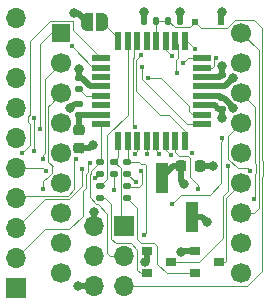
<source format=gbl>
G04 #@! TF.GenerationSoftware,KiCad,Pcbnew,(6.0.0-0)*
G04 #@! TF.CreationDate,2021-12-28T15:21:01+01:00*
G04 #@! TF.ProjectId,7segment,37736567-6d65-46e7-942e-6b696361645f,rev?*
G04 #@! TF.SameCoordinates,Original*
G04 #@! TF.FileFunction,Copper,L4,Bot*
G04 #@! TF.FilePolarity,Positive*
%FSLAX46Y46*%
G04 Gerber Fmt 4.6, Leading zero omitted, Abs format (unit mm)*
G04 Created by KiCad (PCBNEW (6.0.0-0)) date 2021-12-28 15:21:01*
%MOMM*%
%LPD*%
G01*
G04 APERTURE LIST*
G04 Aperture macros list*
%AMRoundRect*
0 Rectangle with rounded corners*
0 $1 Rounding radius*
0 $2 $3 $4 $5 $6 $7 $8 $9 X,Y pos of 4 corners*
0 Add a 4 corners polygon primitive as box body*
4,1,4,$2,$3,$4,$5,$6,$7,$8,$9,$2,$3,0*
0 Add four circle primitives for the rounded corners*
1,1,$1+$1,$2,$3*
1,1,$1+$1,$4,$5*
1,1,$1+$1,$6,$7*
1,1,$1+$1,$8,$9*
0 Add four rect primitives between the rounded corners*
20,1,$1+$1,$2,$3,$4,$5,0*
20,1,$1+$1,$4,$5,$6,$7,0*
20,1,$1+$1,$6,$7,$8,$9,0*
20,1,$1+$1,$8,$9,$2,$3,0*%
%AMFreePoly0*
4,1,20,0.000000,0.744959,0.073905,0.744508,0.209726,0.703889,0.328688,0.626782,0.421226,0.519385,0.479903,0.390333,0.500000,0.250000,0.500000,-0.250000,0.499851,-0.262216,0.476331,-0.402017,0.414519,-0.529596,0.319384,-0.634700,0.198574,-0.708877,0.061801,-0.746166,0.000000,-0.745033,0.000000,-0.750000,-0.500000,-0.750000,-0.500000,0.750000,0.000000,0.750000,0.000000,0.744959,
0.000000,0.744959,$1*%
%AMFreePoly1*
4,1,22,0.500000,-0.750000,0.000000,-0.750000,0.000000,-0.745033,-0.079941,-0.743568,-0.215256,-0.701293,-0.333266,-0.622738,-0.424486,-0.514219,-0.481581,-0.384460,-0.499164,-0.250000,-0.500000,-0.250000,-0.500000,0.250000,-0.499164,0.250000,-0.499963,0.256109,-0.478152,0.396186,-0.417904,0.524511,-0.324060,0.630769,-0.204165,0.706417,-0.067858,0.745374,0.000000,0.744959,0.000000,0.750000,
0.500000,0.750000,0.500000,-0.750000,0.500000,-0.750000,$1*%
G04 Aperture macros list end*
G04 #@! TA.AperFunction,ComponentPad*
%ADD10C,1.700000*%
G04 #@! TD*
G04 #@! TA.AperFunction,ComponentPad*
%ADD11R,1.500000X1.500000*%
G04 #@! TD*
G04 #@! TA.AperFunction,SMDPad,CuDef*
%ADD12R,0.900000X0.800000*%
G04 #@! TD*
G04 #@! TA.AperFunction,SMDPad,CuDef*
%ADD13R,1.000000X2.510000*%
G04 #@! TD*
G04 #@! TA.AperFunction,ComponentPad*
%ADD14O,1.700000X1.700000*%
G04 #@! TD*
G04 #@! TA.AperFunction,ComponentPad*
%ADD15R,1.700000X1.700000*%
G04 #@! TD*
G04 #@! TA.AperFunction,SMDPad,CuDef*
%ADD16RoundRect,0.135000X0.185000X-0.135000X0.185000X0.135000X-0.185000X0.135000X-0.185000X-0.135000X0*%
G04 #@! TD*
G04 #@! TA.AperFunction,SMDPad,CuDef*
%ADD17RoundRect,0.140000X-0.140000X-0.170000X0.140000X-0.170000X0.140000X0.170000X-0.140000X0.170000X0*%
G04 #@! TD*
G04 #@! TA.AperFunction,SMDPad,CuDef*
%ADD18R,0.500000X0.500000*%
G04 #@! TD*
G04 #@! TA.AperFunction,SMDPad,CuDef*
%ADD19RoundRect,0.135000X0.135000X0.185000X-0.135000X0.185000X-0.135000X-0.185000X0.135000X-0.185000X0*%
G04 #@! TD*
G04 #@! TA.AperFunction,SMDPad,CuDef*
%ADD20FreePoly0,180.000000*%
G04 #@! TD*
G04 #@! TA.AperFunction,SMDPad,CuDef*
%ADD21FreePoly1,180.000000*%
G04 #@! TD*
G04 #@! TA.AperFunction,SMDPad,CuDef*
%ADD22RoundRect,0.225000X-0.225000X-0.250000X0.225000X-0.250000X0.225000X0.250000X-0.225000X0.250000X0*%
G04 #@! TD*
G04 #@! TA.AperFunction,SMDPad,CuDef*
%ADD23RoundRect,0.140000X0.170000X-0.140000X0.170000X0.140000X-0.170000X0.140000X-0.170000X-0.140000X0*%
G04 #@! TD*
G04 #@! TA.AperFunction,SMDPad,CuDef*
%ADD24RoundRect,0.218750X-0.256250X0.218750X-0.256250X-0.218750X0.256250X-0.218750X0.256250X0.218750X0*%
G04 #@! TD*
G04 #@! TA.AperFunction,SMDPad,CuDef*
%ADD25R,0.550000X1.600000*%
G04 #@! TD*
G04 #@! TA.AperFunction,SMDPad,CuDef*
%ADD26R,1.600000X0.550000*%
G04 #@! TD*
G04 #@! TA.AperFunction,ViaPad*
%ADD27C,0.800000*%
G04 #@! TD*
G04 #@! TA.AperFunction,ViaPad*
%ADD28C,0.450000*%
G04 #@! TD*
G04 #@! TA.AperFunction,Conductor*
%ADD29C,0.500000*%
G04 #@! TD*
G04 #@! TA.AperFunction,Conductor*
%ADD30C,0.100000*%
G04 #@! TD*
G04 APERTURE END LIST*
D10*
X140970000Y-105410000D03*
X140970000Y-107950000D03*
X140970000Y-110490000D03*
X140970000Y-113030000D03*
X140970000Y-115570000D03*
X140970000Y-118110000D03*
X140970000Y-120650000D03*
X140970000Y-123190000D03*
X140970000Y-125730000D03*
X125730000Y-125730000D03*
X125730000Y-123190000D03*
X125730000Y-120650000D03*
X125730000Y-118110000D03*
X125730000Y-115570000D03*
X125730000Y-113030000D03*
X125730000Y-110490000D03*
X125730000Y-107950000D03*
D11*
X125730000Y-105410000D03*
D12*
X132985000Y-125791000D03*
X132985000Y-123891000D03*
X134985000Y-124841000D03*
D13*
X136740000Y-121035000D03*
X134200000Y-117725000D03*
D14*
X121920000Y-104140000D03*
X121920000Y-106680000D03*
X121920000Y-109220000D03*
X121920000Y-111760000D03*
X121920000Y-114300000D03*
X121920000Y-116840000D03*
X121920000Y-119380000D03*
X121920000Y-121920000D03*
X121920000Y-124460000D03*
D15*
X121920000Y-127000000D03*
D12*
X137049000Y-125791000D03*
X137049000Y-123891000D03*
X139049000Y-124841000D03*
D16*
X130175000Y-116330000D03*
X130175000Y-117350000D03*
X129032000Y-119382000D03*
X129032000Y-118362000D03*
X131318000Y-116330000D03*
X131318000Y-117350000D03*
X131318000Y-119382000D03*
X131318000Y-118362000D03*
D17*
X135735000Y-104394000D03*
X134775000Y-104394000D03*
D18*
X137076000Y-104521000D03*
X139276000Y-104521000D03*
D19*
X132713000Y-104394000D03*
X133733000Y-104394000D03*
D20*
X127874000Y-104521000D03*
D21*
X129174000Y-104521000D03*
D14*
X128524000Y-126873000D03*
X131064000Y-126873000D03*
X128524000Y-124333000D03*
X131064000Y-124333000D03*
X128524000Y-121793000D03*
D15*
X131064000Y-121793000D03*
D22*
X135877000Y-116713000D03*
X137427000Y-116713000D03*
D16*
X129032000Y-116330000D03*
X129032000Y-117350000D03*
D23*
X127254000Y-111407000D03*
X127254000Y-112367000D03*
X139319000Y-110899000D03*
X139319000Y-111859000D03*
X127254000Y-109248000D03*
X127254000Y-110208000D03*
D24*
X127254000Y-115214500D03*
X127254000Y-113639500D03*
D23*
X139319000Y-108994000D03*
X139319000Y-109954000D03*
D25*
X136150000Y-106113000D03*
X135350000Y-106113000D03*
X134550000Y-106113000D03*
X133750000Y-106113000D03*
X132950000Y-106113000D03*
X132150000Y-106113000D03*
X131350000Y-106113000D03*
X130550000Y-106113000D03*
D26*
X129100000Y-107563000D03*
X129100000Y-108363000D03*
X129100000Y-109163000D03*
X129100000Y-109963000D03*
X129100000Y-110763000D03*
X129100000Y-111563000D03*
X129100000Y-112363000D03*
X129100000Y-113163000D03*
D25*
X130550000Y-114613000D03*
X131350000Y-114613000D03*
X132150000Y-114613000D03*
X132950000Y-114613000D03*
X133750000Y-114613000D03*
X134550000Y-114613000D03*
X135350000Y-114613000D03*
X136150000Y-114613000D03*
D26*
X137600000Y-113163000D03*
X137600000Y-112363000D03*
X137600000Y-111563000D03*
X137600000Y-110763000D03*
X137600000Y-109963000D03*
X137600000Y-109163000D03*
X137600000Y-108363000D03*
X137600000Y-107563000D03*
D27*
X126492000Y-111760000D03*
X127127000Y-126873000D03*
X126782026Y-103768045D03*
X135763000Y-103622000D03*
X138574262Y-116669647D03*
X139319000Y-108204000D03*
X138010797Y-121451176D03*
X127254000Y-108458000D03*
X132828760Y-124790988D03*
X135890000Y-123971067D03*
X140270283Y-111760001D03*
X132715000Y-103622000D03*
X139319000Y-112649000D03*
X128397000Y-114935000D03*
X139319000Y-103632000D03*
X136144000Y-118236994D03*
X128524000Y-120574295D03*
X140270272Y-109219994D03*
D28*
X132715000Y-122555000D03*
X122428000Y-115570000D03*
X132588000Y-108331000D03*
X133096000Y-109220000D03*
X128558032Y-117746143D03*
X130175000Y-118733033D03*
X132080589Y-118031745D03*
X124460000Y-117094000D03*
X127000000Y-116078000D03*
X131930285Y-115671478D03*
X127508000Y-116966994D03*
X132969017Y-115696983D03*
X133986903Y-115690492D03*
X128146396Y-116459000D03*
X126621702Y-106577288D03*
X139827000Y-116713000D03*
X135111432Y-107426502D03*
X141997979Y-119495021D03*
X135484677Y-108795345D03*
X141732000Y-117094000D03*
X137033000Y-106807000D03*
X124180929Y-118637620D03*
X136017000Y-107950000D03*
X124136990Y-116078000D03*
X138811000Y-107569000D03*
X123879978Y-113536931D03*
X132476920Y-107309618D03*
X137287000Y-118618000D03*
X139319000Y-114300000D03*
X135128000Y-119888000D03*
X134989052Y-115803673D03*
X136790654Y-115575168D03*
X123444000Y-115443000D03*
X123444000Y-112649000D03*
X131953000Y-113411000D03*
X132459836Y-117094000D03*
D29*
X135735000Y-104394000D02*
X135735000Y-103650000D01*
X126845000Y-111407000D02*
X126492000Y-111760000D01*
X137427000Y-116713000D02*
X138530909Y-116713000D01*
X139503402Y-110899000D02*
X140270283Y-111665881D01*
X137594621Y-121035000D02*
X138010797Y-121451176D01*
X135970067Y-123891000D02*
X135890000Y-123971067D01*
X140270283Y-111665881D02*
X140270283Y-111760001D01*
X129100000Y-109963000D02*
X128153402Y-109963000D01*
X127874000Y-104521000D02*
X127121045Y-103768045D01*
X139183000Y-110763000D02*
X139319000Y-110899000D01*
X137600000Y-110763000D02*
X139183000Y-110763000D01*
X132985000Y-123891000D02*
X132985000Y-124634748D01*
X139150000Y-109163000D02*
X139319000Y-108994000D01*
X127438402Y-109248000D02*
X127254000Y-109248000D01*
X132985000Y-124634748D02*
X132828760Y-124790988D01*
X139319000Y-110899000D02*
X139503402Y-110899000D01*
X128524000Y-126873000D02*
X127127000Y-126873000D01*
X138530909Y-116713000D02*
X138574262Y-116669647D01*
X127254000Y-111407000D02*
X126845000Y-111407000D01*
X127254000Y-109248000D02*
X127254000Y-108458000D01*
X136740000Y-121035000D02*
X137594621Y-121035000D01*
X128153402Y-109963000D02*
X127438402Y-109248000D01*
X127121045Y-103768045D02*
X126782026Y-103768045D01*
X137049000Y-123891000D02*
X135970067Y-123891000D01*
X139319000Y-108994000D02*
X139319000Y-108204000D01*
X135735000Y-103650000D02*
X135763000Y-103622000D01*
X137600000Y-109163000D02*
X139150000Y-109163000D01*
X132713000Y-103624000D02*
X132715000Y-103622000D01*
X135877000Y-116713000D02*
X135877000Y-117969994D01*
X139276000Y-104521000D02*
X139276000Y-103675000D01*
X135877000Y-117969994D02*
X136144000Y-118236994D01*
X135212000Y-116713000D02*
X134200000Y-117725000D01*
X139276000Y-103675000D02*
X139319000Y-103632000D01*
X139319000Y-109954000D02*
X139536266Y-109954000D01*
X138713000Y-111563000D02*
X139009000Y-111859000D01*
X137600000Y-111563000D02*
X138713000Y-111563000D01*
X139310000Y-109963000D02*
X139319000Y-109954000D01*
X132713000Y-104394000D02*
X132713000Y-103624000D01*
X139319000Y-111859000D02*
X139319000Y-112649000D01*
X128117500Y-115214500D02*
X128397000Y-114935000D01*
X127254000Y-115214500D02*
X128117500Y-115214500D01*
X139009000Y-111859000D02*
X139319000Y-111859000D01*
D30*
X127349998Y-115570000D02*
X127381000Y-115570000D01*
D29*
X137600000Y-109963000D02*
X139310000Y-109963000D01*
X139536266Y-109954000D02*
X140270272Y-109219994D01*
X135877000Y-116713000D02*
X135212000Y-116713000D01*
D30*
X129100000Y-110763000D02*
X127809000Y-110763000D01*
X127809000Y-110763000D02*
X127254000Y-110208000D01*
X140437003Y-104309999D02*
X139726001Y-105021001D01*
X141455002Y-126873000D02*
X142748000Y-125580002D01*
X134775000Y-104394000D02*
X135335010Y-104954010D01*
X133733000Y-104394000D02*
X134775000Y-104394000D01*
X139726001Y-105021001D02*
X137576001Y-105021001D01*
X133750000Y-104411000D02*
X133733000Y-104394000D01*
X142748000Y-125580002D02*
X142748000Y-117592560D01*
X133750000Y-106113000D02*
X133750000Y-104411000D01*
X131064000Y-126873000D02*
X141455002Y-126873000D01*
X136642990Y-104954010D02*
X137076000Y-104521000D01*
X135335010Y-104954010D02*
X136642990Y-104954010D01*
X142748000Y-116214440D02*
X142748000Y-105029000D01*
X137576001Y-105021001D02*
X137076000Y-104521000D01*
X142782023Y-116248463D02*
X142748000Y-116214440D01*
X142028999Y-104309999D02*
X140437003Y-104309999D01*
X142748000Y-105029000D02*
X142028999Y-104309999D01*
X142782023Y-117558537D02*
X142782023Y-116248463D01*
X142748000Y-117592560D02*
X142782023Y-117558537D01*
X132498998Y-116528002D02*
X132803018Y-116528002D01*
X132914999Y-116639983D02*
X132914999Y-122355001D01*
X131318000Y-116330000D02*
X132300996Y-116330000D01*
X131350000Y-114613000D02*
X131350000Y-116298000D01*
X132803018Y-116528002D02*
X132914999Y-116639983D01*
X132300996Y-116330000D02*
X132498998Y-116528002D01*
X132914999Y-122355001D02*
X132715000Y-122555000D01*
X131350000Y-116298000D02*
X131318000Y-116330000D01*
X129032000Y-116330000D02*
X128258013Y-117103987D01*
X129100000Y-116262000D02*
X129100000Y-113163000D01*
X128792010Y-119902010D02*
X129624001Y-120734001D01*
X128108022Y-119322510D02*
X128687522Y-119902010D01*
X128258013Y-117103987D02*
X128258013Y-117307264D01*
X129861919Y-124333000D02*
X131064000Y-124333000D01*
X129624001Y-124095082D02*
X129861919Y-124333000D01*
X129624001Y-120734001D02*
X129624001Y-124095082D01*
X128258013Y-117307264D02*
X128108022Y-117457255D01*
X129032000Y-116330000D02*
X129100000Y-116262000D01*
X128687522Y-119902010D02*
X128792010Y-119902010D01*
X128108022Y-117457255D02*
X128108022Y-119322510D01*
X130550000Y-115955000D02*
X130175000Y-116330000D01*
X130747990Y-121476990D02*
X130747990Y-116902990D01*
X130747990Y-116902990D02*
X130175000Y-116330000D01*
X130550000Y-114613000D02*
X130550000Y-115955000D01*
X131064000Y-121793000D02*
X130747990Y-121476990D01*
X129963999Y-119930999D02*
X129963999Y-122843001D01*
X132155185Y-124478986D02*
X132155185Y-125511185D01*
X129415000Y-119382000D02*
X129963999Y-119930999D01*
X129032000Y-119382000D02*
X129415000Y-119382000D01*
X129963999Y-122843001D02*
X130353997Y-123232999D01*
X132164001Y-124470170D02*
X132155185Y-124478986D01*
X132155185Y-125511185D02*
X132435000Y-125791000D01*
X132164001Y-123804999D02*
X132164001Y-124470170D01*
X130353997Y-123232999D02*
X131592001Y-123232999D01*
X131592001Y-123232999D02*
X132164001Y-123804999D01*
X132435000Y-125791000D02*
X132985000Y-125791000D01*
X137049000Y-125791000D02*
X134634998Y-125791000D01*
X132164001Y-120228001D02*
X132164001Y-122893001D01*
X133858000Y-123463998D02*
X133584002Y-123190000D01*
X133858000Y-125014002D02*
X133858000Y-123463998D01*
X133584002Y-123190000D02*
X132461000Y-123190000D01*
X131318000Y-119382000D02*
X132164001Y-120228001D01*
X132461000Y-123190000D02*
X132164001Y-122893001D01*
X134634998Y-125791000D02*
X133858000Y-125014002D01*
X126730001Y-104459999D02*
X126680001Y-104409999D01*
X126730001Y-105193001D02*
X126730001Y-104459999D01*
X123063000Y-112363998D02*
X122924988Y-112502010D01*
X123063000Y-114935000D02*
X122428000Y-115570000D01*
X124779999Y-104409999D02*
X123063000Y-106126998D01*
X123063000Y-113124293D02*
X123063000Y-114935000D01*
X122924988Y-112986281D02*
X123063000Y-113124293D01*
X122924988Y-112502010D02*
X122924988Y-112986281D01*
X123063000Y-106126998D02*
X123063000Y-112363998D01*
X129100000Y-107563000D02*
X126730001Y-105193001D01*
X126680001Y-104409999D02*
X124779999Y-104409999D01*
X136658000Y-113163000D02*
X136392998Y-113163000D01*
X136658000Y-113163000D02*
X136652001Y-113157001D01*
X132588000Y-109358002D02*
X132588000Y-108331000D01*
X137600000Y-113163000D02*
X136658000Y-113163000D01*
X136392998Y-113163000D02*
X132588000Y-109358002D01*
X136549999Y-112038001D02*
X136549999Y-111629157D01*
X137600000Y-112363000D02*
X136874998Y-112363000D01*
X136549999Y-111629157D02*
X134140842Y-109220000D01*
X136874998Y-112363000D02*
X136549999Y-112038001D01*
X134140842Y-109220000D02*
X133096000Y-109220000D01*
X129032000Y-117350000D02*
X128954175Y-117350000D01*
X128954175Y-117350000D02*
X128558032Y-117746143D01*
X130175000Y-117350000D02*
X130175000Y-118733033D01*
X124206000Y-116840000D02*
X124460000Y-117094000D01*
X131999745Y-118031745D02*
X132080589Y-118031745D01*
X121920000Y-116840000D02*
X124206000Y-116840000D01*
X131318000Y-117350000D02*
X131999745Y-118031745D01*
X126800001Y-116277999D02*
X127000000Y-116078000D01*
X132150000Y-114613000D02*
X132150000Y-115451763D01*
X126830001Y-117157682D02*
X126800001Y-117127682D01*
X126800001Y-117127682D02*
X126800001Y-116277999D01*
X126280999Y-119210001D02*
X126830001Y-118660999D01*
X122089999Y-119210001D02*
X126280999Y-119210001D01*
X121920000Y-119380000D02*
X122089999Y-119210001D01*
X132150000Y-115451763D02*
X131930285Y-115671478D01*
X126830001Y-118660999D02*
X126830001Y-117157682D01*
X132950000Y-114613000D02*
X132950000Y-115677966D01*
X127508000Y-118407279D02*
X127508000Y-116966994D01*
X132950000Y-115677966D02*
X132969017Y-115696983D01*
X126405267Y-119510012D02*
X127508000Y-118407279D01*
X124329988Y-119510012D02*
X126405267Y-119510012D01*
X121920000Y-121920000D02*
X124329988Y-119510012D01*
X127808011Y-117332987D02*
X127958002Y-117182996D01*
X133750000Y-115335000D02*
X134112000Y-115697000D01*
X121920000Y-124460000D02*
X124329988Y-122050012D01*
X133750000Y-114613000D02*
X133750000Y-115335000D01*
X127958002Y-116647394D02*
X128146396Y-116459000D01*
X127519987Y-118819571D02*
X127808011Y-118531547D01*
X127958002Y-117182996D02*
X127958002Y-116647394D01*
X124329988Y-122050012D02*
X126382269Y-122050012D01*
X127808011Y-118531547D02*
X127808011Y-117332987D01*
X127519987Y-120912294D02*
X127519987Y-118819571D01*
X126382269Y-122050012D02*
X127519987Y-120912294D01*
X128407414Y-108363000D02*
X126621702Y-106577288D01*
X129100000Y-108363000D02*
X128407414Y-108363000D01*
X139827000Y-116995842D02*
X139827000Y-116713000D01*
X139399989Y-122811732D02*
X139399989Y-119255732D01*
X137370721Y-124841000D02*
X139399989Y-122811732D01*
X134985000Y-124841000D02*
X137370721Y-124841000D01*
X139827000Y-118828721D02*
X139827000Y-116995842D01*
X139399989Y-119255732D02*
X139827000Y-118828721D01*
X139700000Y-119380000D02*
X140970000Y-118110000D01*
X139700000Y-124740000D02*
X139700000Y-119380000D01*
X139049000Y-124841000D02*
X139599000Y-124841000D01*
X139599000Y-124841000D02*
X139700000Y-124740000D01*
X134550000Y-106865070D02*
X135111432Y-107426502D01*
X134550000Y-106113000D02*
X134550000Y-106865070D01*
X142113000Y-119380000D02*
X141997979Y-119495021D01*
X142147978Y-111667978D02*
X142147978Y-116462976D01*
X142113000Y-117379002D02*
X142113000Y-119380000D01*
X140970000Y-110490000D02*
X142147978Y-111667978D01*
X142147978Y-116462976D02*
X142182001Y-116496999D01*
X142182001Y-116496999D02*
X142182001Y-117310001D01*
X142182001Y-117310001D02*
X142113000Y-117379002D01*
X135439998Y-107733998D02*
X135439998Y-108750666D01*
X135439998Y-108750666D02*
X135484677Y-108795345D01*
X135578002Y-106341002D02*
X135578002Y-107595994D01*
X135350000Y-106113000D02*
X135578002Y-106341002D01*
X135578002Y-107595994D02*
X135439998Y-107733998D01*
X139869999Y-114130001D02*
X139869999Y-116098001D01*
X140665999Y-116894001D02*
X141532001Y-116894001D01*
X141532001Y-116894001D02*
X141732000Y-117094000D01*
X140970000Y-113030000D02*
X139869999Y-114130001D01*
X139869999Y-116098001D02*
X140665999Y-116894001D01*
X137033000Y-106807000D02*
X136339000Y-106113000D01*
X136339000Y-106113000D02*
X136150000Y-106113000D01*
X124180929Y-118637620D02*
X124180929Y-118008071D01*
X124629999Y-111590001D02*
X124725011Y-111494989D01*
X124629999Y-116363995D02*
X124629999Y-111590001D01*
X124968000Y-117252002D02*
X124968000Y-116713000D01*
X124973502Y-116707498D02*
X124629999Y-116363995D01*
X124676001Y-117544001D02*
X124968000Y-117252002D01*
X124725011Y-111494989D02*
X125730000Y-110490000D01*
X124180929Y-118008071D02*
X124644999Y-117544001D01*
X124968000Y-116713000D02*
X124973502Y-116707498D01*
X124644999Y-117544001D02*
X124676001Y-117544001D01*
X137600000Y-107563000D02*
X136404000Y-107563000D01*
X136404000Y-107563000D02*
X136017000Y-107950000D01*
X124329988Y-109350012D02*
X124329988Y-115602160D01*
X124136990Y-115795158D02*
X124136990Y-116078000D01*
X124329988Y-115602160D02*
X124136990Y-115795158D01*
X125730000Y-107950000D02*
X124329988Y-109350012D01*
X138650001Y-107729999D02*
X138650001Y-108212999D01*
X138650001Y-108212999D02*
X138500000Y-108363000D01*
X138500000Y-108363000D02*
X137600000Y-108363000D01*
X138811000Y-107569000D02*
X138650001Y-107729999D01*
X123894010Y-106395990D02*
X123894010Y-113522899D01*
X123894010Y-113522899D02*
X123879978Y-113536931D01*
X125730000Y-105410000D02*
X124880000Y-105410000D01*
X124880000Y-105410000D02*
X123894010Y-106395990D01*
X134832000Y-112395000D02*
X134112000Y-112395000D01*
X132080000Y-107715489D02*
X132061811Y-107733678D01*
X132080000Y-107706538D02*
X132080000Y-107715489D01*
X136150000Y-113713000D02*
X134832000Y-112395000D01*
X136150000Y-114613000D02*
X136150000Y-113713000D01*
X132061811Y-110344811D02*
X134112000Y-112395000D01*
X132476920Y-107309618D02*
X132080000Y-107706538D01*
X132061811Y-107733678D02*
X132061811Y-110344811D01*
X142447989Y-106887989D02*
X142447989Y-116338708D01*
X142447989Y-116338708D02*
X142482012Y-116372731D01*
X142030660Y-120650000D02*
X140970000Y-120650000D01*
X142447989Y-120232671D02*
X142030660Y-120650000D01*
X142482012Y-117434269D02*
X142447989Y-117468292D01*
X142447989Y-117468292D02*
X142447989Y-120232671D01*
X140970000Y-105410000D02*
X142447989Y-106887989D01*
X142482012Y-116372731D02*
X142482012Y-117434269D01*
X135350000Y-114613000D02*
X135350000Y-115513000D01*
X136577010Y-116025169D02*
X136577010Y-117625168D01*
X135719748Y-115882748D02*
X136434589Y-115882748D01*
X135350000Y-115513000D02*
X135719748Y-115882748D01*
X136577010Y-117625168D02*
X137287000Y-118335158D01*
X137287000Y-118335158D02*
X137287000Y-118618000D01*
X136434589Y-115882748D02*
X136577010Y-116025169D01*
X139272989Y-114628853D02*
X139319000Y-114582842D01*
X138303000Y-119126000D02*
X139272989Y-118156011D01*
X135890000Y-119126000D02*
X138303000Y-119126000D01*
X139319000Y-114582842D02*
X139319000Y-114300000D01*
X139272989Y-118156011D02*
X139272989Y-114628853D01*
X135128000Y-119888000D02*
X135890000Y-119126000D01*
X134550000Y-114613000D02*
X134550000Y-115364621D01*
X134550000Y-115364621D02*
X134989052Y-115803673D01*
X123444000Y-112649000D02*
X123429977Y-112663023D01*
X123429977Y-112663023D02*
X123429977Y-115428977D01*
X123429977Y-115428977D02*
X123444000Y-115443000D01*
X129604990Y-117643244D02*
X129604990Y-117789010D01*
X129604990Y-117789010D02*
X129032000Y-118362000D01*
X131350000Y-106113000D02*
X131350000Y-112363000D01*
X131350000Y-112363000D02*
X129604990Y-114108010D01*
X129604990Y-114108010D02*
X129604990Y-117643244D01*
X129324706Y-118347806D02*
X129324706Y-118388734D01*
X131318000Y-118362000D02*
X131437747Y-118481747D01*
X131753001Y-107609258D02*
X131906989Y-107455270D01*
X131953000Y-113411000D02*
X131753001Y-113211001D01*
X131437747Y-118481747D02*
X132296591Y-118481747D01*
X132530591Y-118247747D02*
X132530591Y-117164755D01*
X132296591Y-118481747D02*
X132530591Y-118247747D01*
X131906989Y-107455270D02*
X131906989Y-106356011D01*
X131753001Y-113211001D02*
X131753001Y-107609258D01*
X131906989Y-106356011D02*
X132150000Y-106113000D01*
X132530591Y-117164755D02*
X132459836Y-117094000D01*
D29*
X127254000Y-112367000D02*
X127254000Y-113157000D01*
X127258000Y-112363000D02*
X127254000Y-112367000D01*
X127254000Y-113157000D02*
X127254000Y-113434000D01*
X129100000Y-112363000D02*
X127258000Y-112363000D01*
X127254000Y-113157000D02*
X127254000Y-113639500D01*
D30*
X129174000Y-104521000D02*
X130550000Y-105897000D01*
X130550000Y-105897000D02*
X130550000Y-106113000D01*
M02*

</source>
